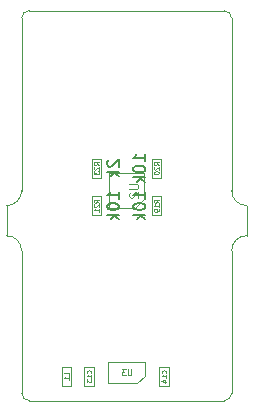
<source format=gbr>
%TF.GenerationSoftware,KiCad,Pcbnew,5.1.4-e60b266~84~ubuntu19.04.1*%
%TF.CreationDate,2020-03-25T19:35:05+00:00*%
%TF.ProjectId,ProMicro_UART,50726f4d-6963-4726-9f5f-554152542e6b,v1.2*%
%TF.SameCoordinates,Original*%
%TF.FileFunction,Other,Fab,Bot*%
%FSLAX45Y45*%
G04 Gerber Fmt 4.5, Leading zero omitted, Abs format (unit mm)*
G04 Created by KiCad (PCBNEW 5.1.4-e60b266~84~ubuntu19.04.1) date 2020-03-25 19:35:05*
%MOMM*%
%LPD*%
G04 APERTURE LIST*
%ADD10C,0.100000*%
%ADD11C,0.150000*%
%ADD12C,0.060000*%
%ADD13C,0.110000*%
%ADD14C,0.075000*%
G04 APERTURE END LIST*
D10*
X10033000Y-7302500D02*
X10033000Y-8763000D01*
X10033000Y-9271000D02*
X10033000Y-10477500D01*
X9906000Y-9144000D02*
G75*
G02X10033000Y-9271000I0J-127000D01*
G01*
X10033000Y-8763000D02*
G75*
G02X9906000Y-8890000I-127000J0D01*
G01*
X9906000Y-9144000D02*
X9906000Y-8890000D01*
X11811000Y-7302500D02*
X11811000Y-8763000D01*
X11938000Y-8890000D02*
X11938000Y-9144000D01*
X11811000Y-9271000D02*
G75*
G02X11938000Y-9144000I127000J0D01*
G01*
X11938000Y-8890000D02*
G75*
G02X11811000Y-8763000I0J127000D01*
G01*
X10096500Y-10541000D02*
G75*
G02X10033000Y-10477500I0J63500D01*
G01*
X11811000Y-10477500D02*
G75*
G02X11747500Y-10541000I-63500J0D01*
G01*
X11747500Y-7239000D02*
G75*
G02X11811000Y-7302500I0J-63500D01*
G01*
X10033000Y-7302500D02*
G75*
G02X10096500Y-7239000I63500J0D01*
G01*
X11747500Y-10541000D02*
X10096500Y-10541000D01*
X11811000Y-9271000D02*
X11811000Y-10477500D01*
X10096500Y-7239000D02*
X11747500Y-7239000D01*
X10708000Y-8652500D02*
X10708000Y-8492500D01*
X10628000Y-8652500D02*
X10708000Y-8652500D01*
X10628000Y-8492500D02*
X10628000Y-8652500D01*
X10708000Y-8492500D02*
X10628000Y-8492500D01*
X10708000Y-8970000D02*
X10708000Y-8810000D01*
X10628000Y-8970000D02*
X10708000Y-8970000D01*
X10628000Y-8810000D02*
X10628000Y-8970000D01*
X10708000Y-8810000D02*
X10628000Y-8810000D01*
X11136000Y-8492500D02*
X11136000Y-8652500D01*
X11216000Y-8492500D02*
X11136000Y-8492500D01*
X11216000Y-8652500D02*
X11216000Y-8492500D01*
X11136000Y-8652500D02*
X11216000Y-8652500D01*
X11136000Y-8810000D02*
X11136000Y-8970000D01*
X11216000Y-8810000D02*
X11136000Y-8810000D01*
X11216000Y-8970000D02*
X11216000Y-8810000D01*
X11136000Y-8970000D02*
X11216000Y-8970000D01*
X10997000Y-8913000D02*
X11072000Y-8838000D01*
X10772000Y-8913000D02*
X10997000Y-8913000D01*
X10772000Y-8613000D02*
X10772000Y-8913000D01*
X11072000Y-8613000D02*
X10772000Y-8613000D01*
X11072000Y-8838000D02*
X11072000Y-8613000D01*
X11279500Y-10415250D02*
X11279500Y-10255250D01*
X11199500Y-10415250D02*
X11279500Y-10415250D01*
X11199500Y-10255250D02*
X11199500Y-10415250D01*
X11279500Y-10255250D02*
X11199500Y-10255250D01*
X10564500Y-10255250D02*
X10564500Y-10415250D01*
X10644500Y-10255250D02*
X10564500Y-10255250D01*
X10644500Y-10415250D02*
X10644500Y-10255250D01*
X10564500Y-10415250D02*
X10644500Y-10415250D01*
X11077000Y-10214000D02*
X10767000Y-10214000D01*
X10767000Y-10214000D02*
X10767000Y-10394000D01*
X11012000Y-10394000D02*
X10767000Y-10394000D01*
X11077000Y-10214000D02*
X11077000Y-10329000D01*
X11012000Y-10394000D02*
X11077000Y-10329000D01*
X10374000Y-10255250D02*
X10374000Y-10415250D01*
X10454000Y-10255250D02*
X10374000Y-10255250D01*
X10454000Y-10415250D02*
X10454000Y-10255250D01*
X10374000Y-10415250D02*
X10454000Y-10415250D01*
D11*
X10765762Y-8503452D02*
X10761000Y-8508214D01*
X10756238Y-8517738D01*
X10756238Y-8541548D01*
X10761000Y-8551071D01*
X10765762Y-8555833D01*
X10775286Y-8560595D01*
X10784810Y-8560595D01*
X10799095Y-8555833D01*
X10856238Y-8498690D01*
X10856238Y-8560595D01*
X10856238Y-8603452D02*
X10756238Y-8603452D01*
X10818143Y-8612976D02*
X10856238Y-8641548D01*
X10789571Y-8641548D02*
X10827667Y-8603452D01*
D12*
X10686095Y-8546786D02*
X10667048Y-8533452D01*
X10686095Y-8523929D02*
X10646095Y-8523929D01*
X10646095Y-8539167D01*
X10648000Y-8542976D01*
X10649905Y-8544881D01*
X10653714Y-8546786D01*
X10659429Y-8546786D01*
X10663238Y-8544881D01*
X10665143Y-8542976D01*
X10667048Y-8539167D01*
X10667048Y-8523929D01*
X10649905Y-8562024D02*
X10648000Y-8563929D01*
X10646095Y-8567738D01*
X10646095Y-8577262D01*
X10648000Y-8581071D01*
X10649905Y-8582976D01*
X10653714Y-8584881D01*
X10657524Y-8584881D01*
X10663238Y-8582976D01*
X10686095Y-8560119D01*
X10686095Y-8584881D01*
X10646095Y-8598214D02*
X10646095Y-8622976D01*
X10661333Y-8609643D01*
X10661333Y-8615357D01*
X10663238Y-8619167D01*
X10665143Y-8621071D01*
X10668952Y-8622976D01*
X10678476Y-8622976D01*
X10682286Y-8621071D01*
X10684190Y-8619167D01*
X10686095Y-8615357D01*
X10686095Y-8603929D01*
X10684190Y-8600119D01*
X10682286Y-8598214D01*
D11*
X10856238Y-8830476D02*
X10856238Y-8773333D01*
X10856238Y-8801905D02*
X10756238Y-8801905D01*
X10770524Y-8792381D01*
X10780048Y-8782857D01*
X10784810Y-8773333D01*
X10756238Y-8892381D02*
X10756238Y-8901905D01*
X10761000Y-8911429D01*
X10765762Y-8916190D01*
X10775286Y-8920952D01*
X10794333Y-8925714D01*
X10818143Y-8925714D01*
X10837190Y-8920952D01*
X10846714Y-8916190D01*
X10851476Y-8911429D01*
X10856238Y-8901905D01*
X10856238Y-8892381D01*
X10851476Y-8882857D01*
X10846714Y-8878095D01*
X10837190Y-8873333D01*
X10818143Y-8868571D01*
X10794333Y-8868571D01*
X10775286Y-8873333D01*
X10765762Y-8878095D01*
X10761000Y-8882857D01*
X10756238Y-8892381D01*
X10856238Y-8968571D02*
X10756238Y-8968571D01*
X10818143Y-8978095D02*
X10856238Y-9006667D01*
X10789571Y-9006667D02*
X10827667Y-8968571D01*
D12*
X10686095Y-8864286D02*
X10667048Y-8850952D01*
X10686095Y-8841429D02*
X10646095Y-8841429D01*
X10646095Y-8856667D01*
X10648000Y-8860476D01*
X10649905Y-8862381D01*
X10653714Y-8864286D01*
X10659429Y-8864286D01*
X10663238Y-8862381D01*
X10665143Y-8860476D01*
X10667048Y-8856667D01*
X10667048Y-8841429D01*
X10649905Y-8879524D02*
X10648000Y-8881429D01*
X10646095Y-8885238D01*
X10646095Y-8894762D01*
X10648000Y-8898571D01*
X10649905Y-8900476D01*
X10653714Y-8902381D01*
X10657524Y-8902381D01*
X10663238Y-8900476D01*
X10686095Y-8877619D01*
X10686095Y-8902381D01*
X10686095Y-8940476D02*
X10686095Y-8917619D01*
X10686095Y-8929048D02*
X10646095Y-8929048D01*
X10651810Y-8925238D01*
X10655619Y-8921429D01*
X10657524Y-8917619D01*
D11*
X11078238Y-8512976D02*
X11078238Y-8455833D01*
X11078238Y-8484405D02*
X10978238Y-8484405D01*
X10992524Y-8474881D01*
X11002048Y-8465357D01*
X11006810Y-8455833D01*
X10978238Y-8574881D02*
X10978238Y-8584405D01*
X10983000Y-8593929D01*
X10987762Y-8598690D01*
X10997286Y-8603452D01*
X11016333Y-8608214D01*
X11040143Y-8608214D01*
X11059190Y-8603452D01*
X11068714Y-8598690D01*
X11073476Y-8593929D01*
X11078238Y-8584405D01*
X11078238Y-8574881D01*
X11073476Y-8565357D01*
X11068714Y-8560595D01*
X11059190Y-8555833D01*
X11040143Y-8551071D01*
X11016333Y-8551071D01*
X10997286Y-8555833D01*
X10987762Y-8560595D01*
X10983000Y-8565357D01*
X10978238Y-8574881D01*
X11078238Y-8651071D02*
X10978238Y-8651071D01*
X11040143Y-8660595D02*
X11078238Y-8689167D01*
X11011571Y-8689167D02*
X11049667Y-8651071D01*
D12*
X11194095Y-8546786D02*
X11175048Y-8533452D01*
X11194095Y-8523929D02*
X11154095Y-8523929D01*
X11154095Y-8539167D01*
X11156000Y-8542976D01*
X11157905Y-8544881D01*
X11161714Y-8546786D01*
X11167429Y-8546786D01*
X11171238Y-8544881D01*
X11173143Y-8542976D01*
X11175048Y-8539167D01*
X11175048Y-8523929D01*
X11157905Y-8562024D02*
X11156000Y-8563929D01*
X11154095Y-8567738D01*
X11154095Y-8577262D01*
X11156000Y-8581071D01*
X11157905Y-8582976D01*
X11161714Y-8584881D01*
X11165524Y-8584881D01*
X11171238Y-8582976D01*
X11194095Y-8560119D01*
X11194095Y-8584881D01*
X11154095Y-8609643D02*
X11154095Y-8613452D01*
X11156000Y-8617262D01*
X11157905Y-8619167D01*
X11161714Y-8621071D01*
X11169333Y-8622976D01*
X11178857Y-8622976D01*
X11186476Y-8621071D01*
X11190286Y-8619167D01*
X11192190Y-8617262D01*
X11194095Y-8613452D01*
X11194095Y-8609643D01*
X11192190Y-8605833D01*
X11190286Y-8603929D01*
X11186476Y-8602024D01*
X11178857Y-8600119D01*
X11169333Y-8600119D01*
X11161714Y-8602024D01*
X11157905Y-8603929D01*
X11156000Y-8605833D01*
X11154095Y-8609643D01*
D11*
X11078238Y-8830476D02*
X11078238Y-8773333D01*
X11078238Y-8801905D02*
X10978238Y-8801905D01*
X10992524Y-8792381D01*
X11002048Y-8782857D01*
X11006810Y-8773333D01*
X10978238Y-8892381D02*
X10978238Y-8901905D01*
X10983000Y-8911429D01*
X10987762Y-8916190D01*
X10997286Y-8920952D01*
X11016333Y-8925714D01*
X11040143Y-8925714D01*
X11059190Y-8920952D01*
X11068714Y-8916190D01*
X11073476Y-8911429D01*
X11078238Y-8901905D01*
X11078238Y-8892381D01*
X11073476Y-8882857D01*
X11068714Y-8878095D01*
X11059190Y-8873333D01*
X11040143Y-8868571D01*
X11016333Y-8868571D01*
X10997286Y-8873333D01*
X10987762Y-8878095D01*
X10983000Y-8882857D01*
X10978238Y-8892381D01*
X11078238Y-8968571D02*
X10978238Y-8968571D01*
X11040143Y-8978095D02*
X11078238Y-9006667D01*
X11011571Y-9006667D02*
X11049667Y-8968571D01*
D12*
X11194095Y-8864286D02*
X11175048Y-8850952D01*
X11194095Y-8841429D02*
X11154095Y-8841429D01*
X11154095Y-8856667D01*
X11156000Y-8860476D01*
X11157905Y-8862381D01*
X11161714Y-8864286D01*
X11167429Y-8864286D01*
X11171238Y-8862381D01*
X11173143Y-8860476D01*
X11175048Y-8856667D01*
X11175048Y-8841429D01*
X11194095Y-8902381D02*
X11194095Y-8879524D01*
X11194095Y-8890952D02*
X11154095Y-8890952D01*
X11159810Y-8887143D01*
X11163619Y-8883333D01*
X11165524Y-8879524D01*
X11194095Y-8921429D02*
X11194095Y-8929048D01*
X11192190Y-8932857D01*
X11190286Y-8934762D01*
X11184571Y-8938571D01*
X11176952Y-8940476D01*
X11161714Y-8940476D01*
X11157905Y-8938571D01*
X11156000Y-8936667D01*
X11154095Y-8932857D01*
X11154095Y-8925238D01*
X11156000Y-8921429D01*
X11157905Y-8919524D01*
X11161714Y-8917619D01*
X11171238Y-8917619D01*
X11175048Y-8919524D01*
X11176952Y-8921429D01*
X11178857Y-8925238D01*
X11178857Y-8932857D01*
X11176952Y-8936667D01*
X11175048Y-8938571D01*
X11171238Y-8940476D01*
D13*
X10944429Y-8705857D02*
X11005143Y-8705857D01*
X11012286Y-8709429D01*
X11015857Y-8713000D01*
X11019429Y-8720143D01*
X11019429Y-8734429D01*
X11015857Y-8741571D01*
X11012286Y-8745143D01*
X11005143Y-8748714D01*
X10944429Y-8748714D01*
X10951571Y-8780857D02*
X10948000Y-8784429D01*
X10944429Y-8791571D01*
X10944429Y-8809429D01*
X10948000Y-8816571D01*
X10951571Y-8820143D01*
X10958714Y-8823714D01*
X10965857Y-8823714D01*
X10976571Y-8820143D01*
X11019429Y-8777286D01*
X11019429Y-8823714D01*
D12*
X11253786Y-10309536D02*
X11255690Y-10307631D01*
X11257595Y-10301917D01*
X11257595Y-10298107D01*
X11255690Y-10292393D01*
X11251881Y-10288583D01*
X11248071Y-10286679D01*
X11240452Y-10284774D01*
X11234738Y-10284774D01*
X11227119Y-10286679D01*
X11223309Y-10288583D01*
X11219500Y-10292393D01*
X11217595Y-10298107D01*
X11217595Y-10301917D01*
X11219500Y-10307631D01*
X11221405Y-10309536D01*
X11257595Y-10347631D02*
X11257595Y-10324774D01*
X11257595Y-10336202D02*
X11217595Y-10336202D01*
X11223309Y-10332393D01*
X11227119Y-10328583D01*
X11229024Y-10324774D01*
X11230928Y-10381917D02*
X11257595Y-10381917D01*
X11215690Y-10372393D02*
X11244262Y-10362869D01*
X11244262Y-10387631D01*
X10618786Y-10309536D02*
X10620690Y-10307631D01*
X10622595Y-10301917D01*
X10622595Y-10298107D01*
X10620690Y-10292393D01*
X10616881Y-10288583D01*
X10613071Y-10286679D01*
X10605452Y-10284774D01*
X10599738Y-10284774D01*
X10592119Y-10286679D01*
X10588310Y-10288583D01*
X10584500Y-10292393D01*
X10582595Y-10298107D01*
X10582595Y-10301917D01*
X10584500Y-10307631D01*
X10586405Y-10309536D01*
X10622595Y-10347631D02*
X10622595Y-10324774D01*
X10622595Y-10336202D02*
X10582595Y-10336202D01*
X10588310Y-10332393D01*
X10592119Y-10328583D01*
X10594024Y-10324774D01*
X10582595Y-10360964D02*
X10582595Y-10385726D01*
X10597833Y-10372393D01*
X10597833Y-10378107D01*
X10599738Y-10381917D01*
X10601643Y-10383821D01*
X10605452Y-10385726D01*
X10614976Y-10385726D01*
X10618786Y-10383821D01*
X10620690Y-10381917D01*
X10622595Y-10378107D01*
X10622595Y-10366679D01*
X10620690Y-10362869D01*
X10618786Y-10360964D01*
D14*
X10960095Y-10276619D02*
X10960095Y-10317095D01*
X10957714Y-10321857D01*
X10955333Y-10324238D01*
X10950571Y-10326619D01*
X10941048Y-10326619D01*
X10936286Y-10324238D01*
X10933905Y-10321857D01*
X10931524Y-10317095D01*
X10931524Y-10276619D01*
X10912476Y-10276619D02*
X10881524Y-10276619D01*
X10898190Y-10295667D01*
X10891048Y-10295667D01*
X10886286Y-10298048D01*
X10883905Y-10300429D01*
X10881524Y-10305190D01*
X10881524Y-10317095D01*
X10883905Y-10321857D01*
X10886286Y-10324238D01*
X10891048Y-10326619D01*
X10905333Y-10326619D01*
X10910095Y-10324238D01*
X10912476Y-10321857D01*
D12*
X10432095Y-10328583D02*
X10432095Y-10309536D01*
X10392095Y-10309536D01*
X10432095Y-10362869D02*
X10432095Y-10340012D01*
X10432095Y-10351440D02*
X10392095Y-10351440D01*
X10397810Y-10347631D01*
X10401619Y-10343821D01*
X10403524Y-10340012D01*
M02*

</source>
